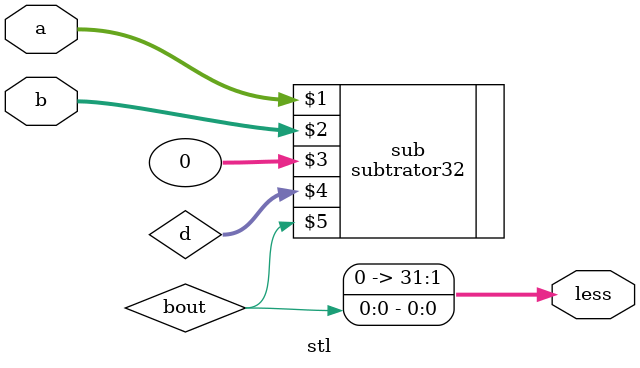
<source format=sv>
module stl(input logic [31:0] a,b, output logic [31:0] less);

logic [31:0] d;
logic bout;

subtrator32 sub(a,b,0,d,bout);


assign less[31:1] = 0;
assign less[0] = bout;

endmodule
</source>
